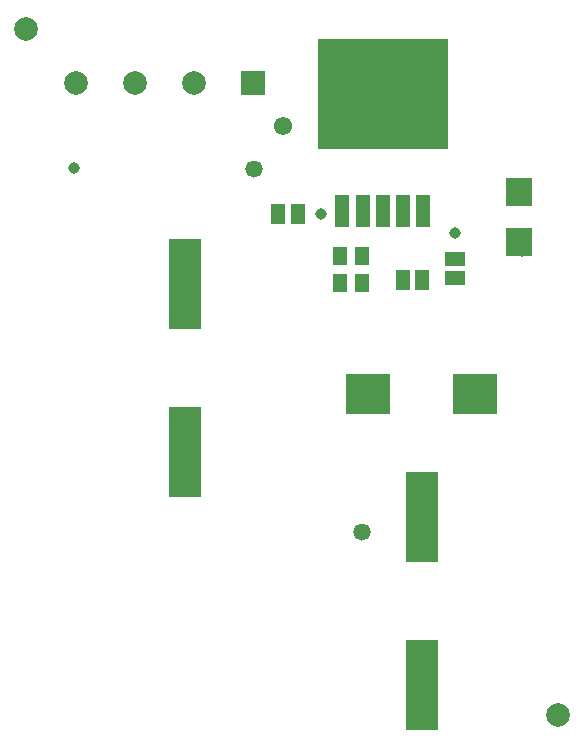
<source format=gbr>
%TF.GenerationSoftware,Altium Limited,Altium Designer,21.1.1 (26)*%
G04 Layer_Color=8388736*
%FSLAX42Y42*%
%MOMM*%
%TF.SameCoordinates,4B38A6DA-841C-4E6F-8FC0-14FCB5F023F9*%
%TF.FilePolarity,Negative*%
%TF.FileFunction,Soldermask,Top*%
%TF.Part,Single*%
G01*
G75*
%TA.AperFunction,ComponentPad*%
%ADD27C,2.00*%
%ADD28R,2.00X2.00*%
%ADD29C,1.55*%
%TA.AperFunction,ViaPad*%
%ADD30C,1.47*%
%ADD31C,0.97*%
%TA.AperFunction,FiducialPad,Global*%
%ADD35C,2.00*%
%TA.AperFunction,SMDPad,CuDef*%
%ADD36R,2.70X7.70*%
%ADD37R,1.67X1.17*%
%ADD38R,3.70X3.40*%
%ADD39R,1.20X1.60*%
%ADD40R,11.10X9.30*%
%ADD41R,1.25X2.70*%
%ADD42R,2.25X2.45*%
%ADD43R,1.17X1.67*%
D27*
X7039Y10935D02*
D03*
X7539D02*
D03*
X8039D02*
D03*
D28*
X8539D02*
D03*
D29*
X8799Y10575D02*
D03*
D30*
X8547Y10211D02*
D03*
X9461Y7137D02*
D03*
D31*
X10820Y9512D02*
D03*
X7976Y8115D02*
D03*
X9969Y6160D02*
D03*
X7029Y10215D02*
D03*
X9119Y9830D02*
D03*
X10249Y9671D02*
D03*
D35*
X6617Y11392D02*
D03*
X11125Y5588D02*
D03*
D36*
X9969Y7263D02*
D03*
Y5843D02*
D03*
X7963Y9232D02*
D03*
Y7812D02*
D03*
D37*
X10249Y9283D02*
D03*
Y9449D02*
D03*
D38*
X9519Y8306D02*
D03*
X10419D02*
D03*
D39*
X9278Y9474D02*
D03*
X9468D02*
D03*
Y9246D02*
D03*
X9278D02*
D03*
D40*
X9639Y10846D02*
D03*
D41*
X9979Y9856D02*
D03*
X9809D02*
D03*
X9639D02*
D03*
X9469D02*
D03*
X9299D02*
D03*
D42*
X10795Y10018D02*
D03*
Y9589D02*
D03*
D43*
X8922Y9830D02*
D03*
X8756D02*
D03*
X9810Y9271D02*
D03*
X9976D02*
D03*
%TF.MD5,46e7a73ef7e02570696adb5b817dde6e*%
M02*

</source>
